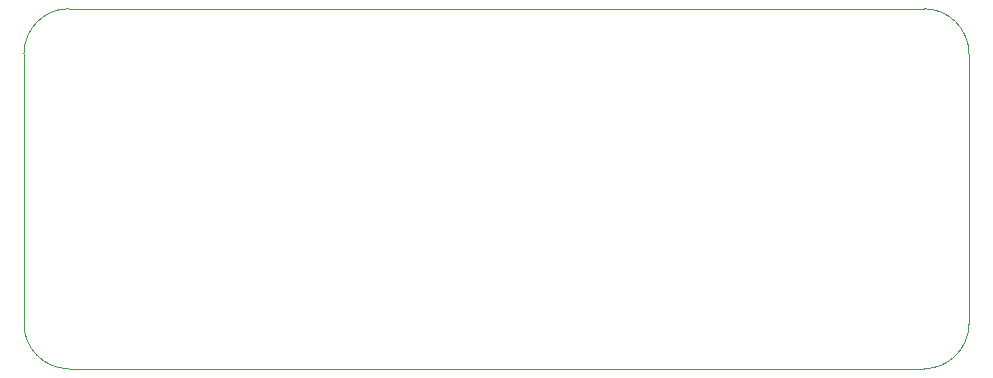
<source format=gbr>
%TF.GenerationSoftware,KiCad,Pcbnew,5.1.6*%
%TF.CreationDate,2020-11-07T14:35:20+00:00*%
%TF.ProjectId,SolarLights,536f6c61-724c-4696-9768-74732e6b6963,rev?*%
%TF.SameCoordinates,Original*%
%TF.FileFunction,Profile,NP*%
%FSLAX46Y46*%
G04 Gerber Fmt 4.6, Leading zero omitted, Abs format (unit mm)*
G04 Created by KiCad (PCBNEW 5.1.6) date 2020-11-07 14:35:20*
%MOMM*%
%LPD*%
G01*
G04 APERTURE LIST*
%TA.AperFunction,Profile*%
%ADD10C,0.050000*%
%TD*%
G04 APERTURE END LIST*
D10*
X214630000Y-45720000D02*
X214630000Y-22860000D01*
X138430000Y-49530000D02*
X210820000Y-49530000D01*
X134620000Y-22860000D02*
X134620000Y-45720000D01*
X210820000Y-19050000D02*
X138430000Y-19050000D01*
X210820000Y-19050000D02*
G75*
G02*
X214630000Y-22860000I0J-3810000D01*
G01*
X134620000Y-22860000D02*
G75*
G02*
X138430000Y-19050000I3810000J0D01*
G01*
X138430000Y-49530000D02*
G75*
G02*
X134620000Y-45720000I0J3810000D01*
G01*
X214630000Y-45720000D02*
G75*
G02*
X210820000Y-49530000I-3810000J0D01*
G01*
M02*

</source>
